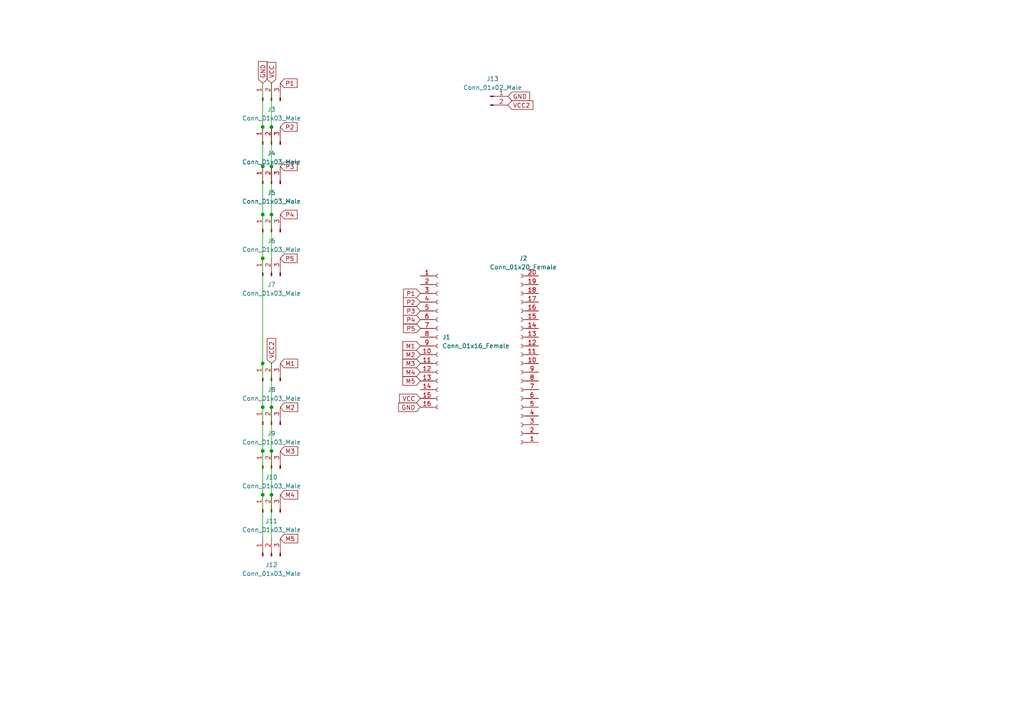
<source format=kicad_sch>
(kicad_sch (version 20211123) (generator eeschema)
  (paper "A4")
  (lib_symbols
    (symbol "Connector:Conn_01x02_Male" (pin_names (offset 1.016) hide)
      (property "Reference" "J" (at 0 2.54 0))
      (property "Value" "Conn_01x02_Male" (at 0 -5.08 0))
      (symbol "Conn_01x02_Male_1_1"
        (polyline (pts (xy 1.27 -2.54) (xy 0.8636 -2.54)) (stroke (width 0.1524)))
        (polyline (pts (xy 1.27 0) (xy 0.8636 0)) (stroke (width 0.1524)))
        (rectangle (start 0.8636 -2.413) (end 0 -2.667) (stroke (width 0.1524)) (fill (type outline)))
        (rectangle (start 0.8636 0.127) (end 0 -0.127) (stroke (width 0.1524)) (fill (type outline)))
        (pin passive line (at 5.08 0 180) (length 3.81) (name "Pin_1") (number "1"))
        (pin passive line (at 5.08 -2.54 180) (length 3.81) (name "Pin_2") (number "2"))
      )
    )
    (symbol "Connector:Conn_01x03_Male" (pin_names (offset 1.016) hide)
      (property "Reference" "J" (at 0 5.08 0))
      (property "Value" "Conn_01x03_Male" (at 0 -5.08 0))
      (symbol "Conn_01x03_Male_1_1"
        (polyline (pts (xy 1.27 -2.54) (xy 0.8636 -2.54)) (stroke (width 0.1524)))
        (polyline (pts (xy 1.27 0) (xy 0.8636 0)) (stroke (width 0.1524)))
        (polyline (pts (xy 1.27 2.54) (xy 0.8636 2.54)) (stroke (width 0.1524)))
        (rectangle (start 0.8636 -2.413) (end 0 -2.667) (stroke (width 0.1524)) (fill (type outline)))
        (rectangle (start 0.8636 0.127) (end 0 -0.127) (stroke (width 0.1524)) (fill (type outline)))
        (rectangle (start 0.8636 2.667) (end 0 2.413) (stroke (width 0.1524)) (fill (type outline)))
        (pin passive line (at 5.08 2.54 180) (length 3.81) (name "Pin_1") (number "1"))
        (pin passive line (at 5.08 0 180) (length 3.81) (name "Pin_2") (number "2"))
        (pin passive line (at 5.08 -2.54 180) (length 3.81) (name "Pin_3") (number "3"))
      )
    )
    (symbol "Connector:Conn_01x16_Female" (pin_names (offset 1.016) hide)
      (property "Reference" "J" (at 0 20.32 0))
      (property "Value" "Conn_01x16_Female" (at 0 -22.86 0))
      (symbol "Conn_01x16_Female_1_1"
        (arc (start 0 -19.812) (mid -0.508 -20.32) (end 0 -20.828) (stroke (width 0.1524)))
        (arc (start 0 -17.272) (mid -0.508 -17.78) (end 0 -18.288) (stroke (width 0.1524)))
        (arc (start 0 -14.732) (mid -0.508 -15.24) (end 0 -15.748) (stroke (width 0.1524)))
        (arc (start 0 -12.192) (mid -0.508 -12.7) (end 0 -13.208) (stroke (width 0.1524)))
        (arc (start 0 -9.652) (mid -0.508 -10.16) (end 0 -10.668) (stroke (width 0.1524)))
        (arc (start 0 -7.112) (mid -0.508 -7.62) (end 0 -8.128) (stroke (width 0.1524)))
        (arc (start 0 -4.572) (mid -0.508 -5.08) (end 0 -5.588) (stroke (width 0.1524)))
        (arc (start 0 -2.032) (mid -0.508 -2.54) (end 0 -3.048) (stroke (width 0.1524)))
        (polyline (pts (xy -1.27 -20.32) (xy -0.508 -20.32)) (stroke (width 0.1524)))
        (polyline (pts (xy -1.27 -17.78) (xy -0.508 -17.78)) (stroke (width 0.1524)))
        (polyline (pts (xy -1.27 -15.24) (xy -0.508 -15.24)) (stroke (width 0.1524)))
        (polyline (pts (xy -1.27 -12.7) (xy -0.508 -12.7)) (stroke (width 0.1524)))
        (polyline (pts (xy -1.27 -10.16) (xy -0.508 -10.16)) (stroke (width 0.1524)))
        (polyline (pts (xy -1.27 -7.62) (xy -0.508 -7.62)) (stroke (width 0.1524)))
        (polyline (pts (xy -1.27 -5.08) (xy -0.508 -5.08)) (stroke (width 0.1524)))
        (polyline (pts (xy -1.27 -2.54) (xy -0.508 -2.54)) (stroke (width 0.1524)))
        (polyline (pts (xy -1.27 0) (xy -0.508 0)) (stroke (width 0.1524)))
        (polyline (pts (xy -1.27 2.54) (xy -0.508 2.54)) (stroke (width 0.1524)))
        (polyline (pts (xy -1.27 5.08) (xy -0.508 5.08)) (stroke (width 0.1524)))
        (polyline (pts (xy -1.27 7.62) (xy -0.508 7.62)) (stroke (width 0.1524)))
        (polyline (pts (xy -1.27 10.16) (xy -0.508 10.16)) (stroke (width 0.1524)))
        (polyline (pts (xy -1.27 12.7) (xy -0.508 12.7)) (stroke (width 0.1524)))
        (polyline (pts (xy -1.27 15.24) (xy -0.508 15.24)) (stroke (width 0.1524)))
        (polyline (pts (xy -1.27 17.78) (xy -0.508 17.78)) (stroke (width 0.1524)))
        (arc (start 0 0.508) (mid -0.508 0) (end 0 -0.508) (stroke (width 0.1524)))
        (arc (start 0 3.048) (mid -0.508 2.54) (end 0 2.032) (stroke (width 0.1524)))
        (arc (start 0 5.588) (mid -0.508 5.08) (end 0 4.572) (stroke (width 0.1524)))
        (arc (start 0 8.128) (mid -0.508 7.62) (end 0 7.112) (stroke (width 0.1524)))
        (arc (start 0 10.668) (mid -0.508 10.16) (end 0 9.652) (stroke (width 0.1524)))
        (arc (start 0 13.208) (mid -0.508 12.7) (end 0 12.192) (stroke (width 0.1524)))
        (arc (start 0 15.748) (mid -0.508 15.24) (end 0 14.732) (stroke (width 0.1524)))
        (arc (start 0 18.288) (mid -0.508 17.78) (end 0 17.272) (stroke (width 0.1524)))
        (pin passive line (at -5.08 17.78 0) (length 3.81) (name "Pin_1") (number "1"))
        (pin passive line (at -5.08 -5.08 0) (length 3.81) (name "Pin_10") (number "10"))
        (pin passive line (at -5.08 -7.62 0) (length 3.81) (name "Pin_11") (number "11"))
        (pin passive line (at -5.08 -10.16 0) (length 3.81) (name "Pin_12") (number "12"))
        (pin passive line (at -5.08 -12.7 0) (length 3.81) (name "Pin_13") (number "13"))
        (pin passive line (at -5.08 -15.24 0) (length 3.81) (name "Pin_14") (number "14"))
        (pin passive line (at -5.08 -17.78 0) (length 3.81) (name "Pin_15") (number "15"))
        (pin passive line (at -5.08 -20.32 0) (length 3.81) (name "Pin_16") (number "16"))
        (pin passive line (at -5.08 15.24 0) (length 3.81) (name "Pin_2") (number "2"))
        (pin passive line (at -5.08 12.7 0) (length 3.81) (name "Pin_3") (number "3"))
        (pin passive line (at -5.08 10.16 0) (length 3.81) (name "Pin_4") (number "4"))
        (pin passive line (at -5.08 7.62 0) (length 3.81) (name "Pin_5") (number "5"))
        (pin passive line (at -5.08 5.08 0) (length 3.81) (name "Pin_6") (number "6"))
        (pin passive line (at -5.08 2.54 0) (length 3.81) (name "Pin_7") (number "7"))
        (pin passive line (at -5.08 0 0) (length 3.81) (name "Pin_8") (number "8"))
        (pin passive line (at -5.08 -2.54 0) (length 3.81) (name "Pin_9") (number "9"))
      )
    )
    (symbol "Connector:Conn_01x20_Female" (pin_names (offset 1.016) hide)
      (property "Reference" "J" (at 0 25.4 0))
      (property "Value" "Conn_01x20_Female" (at 0 -27.94 0))
      (symbol "Conn_01x20_Female_1_1"
        (arc (start 0 -24.892) (mid -0.508 -25.4) (end 0 -25.908) (stroke (width 0.1524)))
        (arc (start 0 -22.352) (mid -0.508 -22.86) (end 0 -23.368) (stroke (width 0.1524)))
        (arc (start 0 -19.812) (mid -0.508 -20.32) (end 0 -20.828) (stroke (width 0.1524)))
        (arc (start 0 -17.272) (mid -0.508 -17.78) (end 0 -18.288) (stroke (width 0.1524)))
        (arc (start 0 -14.732) (mid -0.508 -15.24) (end 0 -15.748) (stroke (width 0.1524)))
        (arc (start 0 -12.192) (mid -0.508 -12.7) (end 0 -13.208) (stroke (width 0.1524)))
        (arc (start 0 -9.652) (mid -0.508 -10.16) (end 0 -10.668) (stroke (width 0.1524)))
        (arc (start 0 -7.112) (mid -0.508 -7.62) (end 0 -8.128) (stroke (width 0.1524)))
        (arc (start 0 -4.572) (mid -0.508 -5.08) (end 0 -5.588) (stroke (width 0.1524)))
        (arc (start 0 -2.032) (mid -0.508 -2.54) (end 0 -3.048) (stroke (width 0.1524)))
        (polyline (pts (xy -1.27 -25.4) (xy -0.508 -25.4)) (stroke (width 0.1524)))
        (polyline (pts (xy -1.27 -22.86) (xy -0.508 -22.86)) (stroke (width 0.1524)))
        (polyline (pts (xy -1.27 -20.32) (xy -0.508 -20.32)) (stroke (width 0.1524)))
        (polyline (pts (xy -1.27 -17.78) (xy -0.508 -17.78)) (stroke (width 0.1524)))
        (polyline (pts (xy -1.27 -15.24) (xy -0.508 -15.24)) (stroke (width 0.1524)))
        (polyline (pts (xy -1.27 -12.7) (xy -0.508 -12.7)) (stroke (width 0.1524)))
        (polyline (pts (xy -1.27 -10.16) (xy -0.508 -10.16)) (stroke (width 0.1524)))
        (polyline (pts (xy -1.27 -7.62) (xy -0.508 -7.62)) (stroke (width 0.1524)))
        (polyline (pts (xy -1.27 -5.08) (xy -0.508 -5.08)) (stroke (width 0.1524)))
        (polyline (pts (xy -1.27 -2.54) (xy -0.508 -2.54)) (stroke (width 0.1524)))
        (polyline (pts (xy -1.27 0) (xy -0.508 0)) (stroke (width 0.1524)))
        (polyline (pts (xy -1.27 2.54) (xy -0.508 2.54)) (stroke (width 0.1524)))
        (polyline (pts (xy -1.27 5.08) (xy -0.508 5.08)) (stroke (width 0.1524)))
        (polyline (pts (xy -1.27 7.62) (xy -0.508 7.62)) (stroke (width 0.1524)))
        (polyline (pts (xy -1.27 10.16) (xy -0.508 10.16)) (stroke (width 0.1524)))
        (polyline (pts (xy -1.27 12.7) (xy -0.508 12.7)) (stroke (width 0.1524)))
        (polyline (pts (xy -1.27 15.24) (xy -0.508 15.24)) (stroke (width 0.1524)))
        (polyline (pts (xy -1.27 17.78) (xy -0.508 17.78)) (stroke (width 0.1524)))
        (polyline (pts (xy -1.27 20.32) (xy -0.508 20.32)) (stroke (width 0.1524)))
        (polyline (pts (xy -1.27 22.86) (xy -0.508 22.86)) (stroke (width 0.1524)))
        (arc (start 0 0.508) (mid -0.508 0) (end 0 -0.508) (stroke (width 0.1524)))
        (arc (start 0 3.048) (mid -0.508 2.54) (end 0 2.032) (stroke (width 0.1524)))
        (arc (start 0 5.588) (mid -0.508 5.08) (end 0 4.572) (stroke (width 0.1524)))
        (arc (start 0 8.128) (mid -0.508 7.62) (end 0 7.112) (stroke (width 0.1524)))
        (arc (start 0 10.668) (mid -0.508 10.16) (end 0 9.652) (stroke (width 0.1524)))
        (arc (start 0 13.208) (mid -0.508 12.7) (end 0 12.192) (stroke (width 0.1524)))
        (arc (start 0 15.748) (mid -0.508 15.24) (end 0 14.732) (stroke (width 0.1524)))
        (arc (start 0 18.288) (mid -0.508 17.78) (end 0 17.272) (stroke (width 0.1524)))
        (arc (start 0 20.828) (mid -0.508 20.32) (end 0 19.812) (stroke (width 0.1524)))
        (arc (start 0 23.368) (mid -0.508 22.86) (end 0 22.352) (stroke (width 0.1524)))
        (pin passive line (at -5.08 22.86 0) (length 3.81) (name "Pin_1") (number "1"))
        (pin passive line (at -5.08 0 0) (length 3.81) (name "Pin_10") (number "10"))
        (pin passive line (at -5.08 -2.54 0) (length 3.81) (name "Pin_11") (number "11"))
        (pin passive line (at -5.08 -5.08 0) (length 3.81) (name "Pin_12") (number "12"))
        (pin passive line (at -5.08 -7.62 0) (length 3.81) (name "Pin_13") (number "13"))
        (pin passive line (at -5.08 -10.16 0) (length 3.81) (name "Pin_14") (number "14"))
        (pin passive line (at -5.08 -12.7 0) (length 3.81) (name "Pin_15") (number "15"))
        (pin passive line (at -5.08 -15.24 0) (length 3.81) (name "Pin_16") (number "16"))
        (pin passive line (at -5.08 -17.78 0) (length 3.81) (name "Pin_17") (number "17"))
        (pin passive line (at -5.08 -20.32 0) (length 3.81) (name "Pin_18") (number "18"))
        (pin passive line (at -5.08 -22.86 0) (length 3.81) (name "Pin_19") (number "19"))
        (pin passive line (at -5.08 20.32 0) (length 3.81) (name "Pin_2") (number "2"))
        (pin passive line (at -5.08 -25.4 0) (length 3.81) (name "Pin_20") (number "20"))
        (pin passive line (at -5.08 17.78 0) (length 3.81) (name "Pin_3") (number "3"))
        (pin passive line (at -5.08 15.24 0) (length 3.81) (name "Pin_4") (number "4"))
        (pin passive line (at -5.08 12.7 0) (length 3.81) (name "Pin_5") (number "5"))
        (pin passive line (at -5.08 10.16 0) (length 3.81) (name "Pin_6") (number "6"))
        (pin passive line (at -5.08 7.62 0) (length 3.81) (name "Pin_7") (number "7"))
        (pin passive line (at -5.08 5.08 0) (length 3.81) (name "Pin_8") (number "8"))
        (pin passive line (at -5.08 2.54 0) (length 3.81) (name "Pin_9") (number "9"))
      )
    )
  )
  (junction (at 76.2 62.23))
  (junction (at 78.74 48.26))
  (junction (at 76.2 143.51))
  (junction (at 76.2 48.26))
  (junction (at 78.74 130.81))
  (junction (at 78.74 36.83))
  (junction (at 76.2 130.81))
  (junction (at 76.2 105.41))
  (junction (at 78.74 62.23))
  (junction (at 76.2 36.83))
  (junction (at 76.2 74.93))
  (junction (at 78.74 118.11))
  (junction (at 78.74 143.51))
  (junction (at 76.2 118.11))
  (wire (pts (xy 76.2 74.93) (xy 76.2 105.41)))
  (wire (pts (xy 78.74 36.83) (xy 78.74 48.26)))
  (wire (pts (xy 78.74 48.26) (xy 78.74 62.23)))
  (wire (pts (xy 76.2 36.83) (xy 76.2 48.26)))
  (wire (pts (xy 76.2 48.26) (xy 76.2 62.23)))
  (wire (pts (xy 78.74 24.13) (xy 78.74 36.83)))
  (wire (pts (xy 76.2 118.11) (xy 76.2 130.81)))
  (wire (pts (xy 76.2 143.51) (xy 76.2 156.21)))
  (wire (pts (xy 78.74 118.11) (xy 78.74 130.81)))
  (wire (pts (xy 76.2 130.81) (xy 76.2 143.51)))
  (wire (pts (xy 78.74 62.23) (xy 78.74 74.93)))
  (wire (pts (xy 78.74 143.51) (xy 78.74 156.21)))
  (wire (pts (xy 78.74 105.41) (xy 78.74 118.11)))
  (wire (pts (xy 76.2 24.13) (xy 76.2 36.83)))
  (wire (pts (xy 76.2 105.41) (xy 76.2 118.11)))
  (wire (pts (xy 76.2 62.23) (xy 76.2 74.93)))
  (wire (pts (xy 78.74 130.81) (xy 78.74 143.51)))
  (global_label "VCC2" (shape input) (at 147.32 30.48 0) (property "Intersheet References" "${INTERSHEET_REFS}" (effects hide)))
  (global_label "P2" (shape input) (at 81.28 36.83 0) (property "Intersheet References" "${INTERSHEET_REFS}" (effects hide)))
  (global_label "M3" (shape input) (at 121.92 105.41 180) (property "Intersheet References" "${INTERSHEET_REFS}" (effects hide)))
  (global_label "M4" (shape input) (at 81.28 143.51 0) (property "Intersheet References" "${INTERSHEET_REFS}" (effects hide)))
  (global_label "P5" (shape input) (at 121.92 95.25 180) (property "Intersheet References" "${INTERSHEET_REFS}" (effects hide)))
  (global_label "GND" (shape input) (at 76.2 24.13 90) (property "Intersheet References" "${INTERSHEET_REFS}" (effects hide)))
  (global_label "P5" (shape input) (at 81.28 74.93 0) (property "Intersheet References" "${INTERSHEET_REFS}" (effects hide)))
  (global_label "P4" (shape input) (at 81.28 62.23 0) (property "Intersheet References" "${INTERSHEET_REFS}" (effects hide)))
  (global_label "VCC" (shape input) (at 121.92 115.57 180) (property "Intersheet References" "${INTERSHEET_REFS}" (effects hide)))
  (global_label "P2" (shape input) (at 121.92 87.63 180) (property "Intersheet References" "${INTERSHEET_REFS}" (effects hide)))
  (global_label "P4" (shape input) (at 121.92 92.71 180) (property "Intersheet References" "${INTERSHEET_REFS}" (effects hide)))
  (global_label "VCC2" (shape input) (at 78.74 105.41 90) (property "Intersheet References" "${INTERSHEET_REFS}" (effects hide)))
  (global_label "P1" (shape input) (at 121.92 85.09 180) (property "Intersheet References" "${INTERSHEET_REFS}" (effects hide)))
  (global_label "P1" (shape input) (at 81.28 24.13 0) (property "Intersheet References" "${INTERSHEET_REFS}" (effects hide)))
  (global_label "VCC" (shape input) (at 78.74 24.13 90) (property "Intersheet References" "${INTERSHEET_REFS}" (effects hide)))
  (global_label "GND" (shape input) (at 121.92 118.11 180) (property "Intersheet References" "${INTERSHEET_REFS}" (effects hide)))
  (global_label "M5" (shape input) (at 81.28 156.21 0) (property "Intersheet References" "${INTERSHEET_REFS}" (effects hide)))
  (global_label "M1" (shape input) (at 121.92 100.33 180) (property "Intersheet References" "${INTERSHEET_REFS}" (effects hide)))
  (global_label "M2" (shape input) (at 121.92 102.87 180) (property "Intersheet References" "${INTERSHEET_REFS}" (effects hide)))
  (global_label "P3" (shape input) (at 81.28 48.26 0) (property "Intersheet References" "${INTERSHEET_REFS}" (effects hide)))
  (global_label "M1" (shape input) (at 81.28 105.41 0) (property "Intersheet References" "${INTERSHEET_REFS}" (effects hide)))
  (global_label "M2" (shape input) (at 81.28 118.11 0) (property "Intersheet References" "${INTERSHEET_REFS}" (effects hide)))
  (global_label "M3" (shape input) (at 81.28 130.81 0) (property "Intersheet References" "${INTERSHEET_REFS}" (effects hide)))
  (global_label "M4" (shape input) (at 121.92 107.95 180) (property "Intersheet References" "${INTERSHEET_REFS}" (effects hide)))
  (global_label "P3" (shape input) (at 121.92 90.17 180) (property "Intersheet References" "${INTERSHEET_REFS}" (effects hide)))
  (global_label "M5" (shape input) (at 121.92 110.49 180) (property "Intersheet References" "${INTERSHEET_REFS}" (effects hide)))
  (global_label "GND" (shape input) (at 147.32 27.94 0) (property "Intersheet References" "${INTERSHEET_REFS}" (effects hide)))
  (symbol (lib_id "Connector:Conn_01x03_Male") (at 78.74 41.91 90) (unit 1)
    (property "Reference" "J4" (at 78.74 44.45 90))
    (property "Value" "Conn_01x03_Male" (at 78.74 46.99 90))
    (property "Footprint" "Connector_PinHeader_2.54mm:PinHeader_1x03_P2.54mm_Vertical" (effects hide))
  )
  (symbol (lib_id "Connector:Conn_01x03_Male") (at 78.74 67.31 90) (unit 1)
    (property "Reference" "J6" (at 78.74 69.85 90))
    (property "Value" "Conn_01x03_Male" (at 78.74 72.39 90))
    (property "Footprint" "Connector_PinHeader_2.54mm:PinHeader_1x03_P2.54mm_Vertical" (effects hide))
  )
  (symbol (lib_id "Connector:Conn_01x20_Female") (at 151.13 105.41 180) (unit 1)
    (property "Reference" "J2" (at 151.765 74.93 0))
    (property "Value" "Conn_01x20_Female" (at 151.765 77.47 0))
    (property "Footprint" "Connector_PinHeader_2.54mm:PinHeader_1x20_P2.54mm_Vertical" (effects hide))
  )
  (symbol (lib_id "Connector:Conn_01x03_Male") (at 78.74 161.29 90) (unit 1)
    (property "Reference" "J12" (at 78.74 163.83 90))
    (property "Value" "Conn_01x03_Male" (at 78.74 166.37 90))
    (property "Footprint" "Connector_PinHeader_2.54mm:PinHeader_1x03_P2.54mm_Vertical" (effects hide))
  )
  (symbol (lib_id "Connector:Conn_01x03_Male") (at 78.74 53.34 90) (unit 1)
    (property "Reference" "J5" (at 78.74 55.88 90))
    (property "Value" "Conn_01x03_Male" (at 78.74 58.42 90))
    (property "Footprint" "Connector_PinHeader_2.54mm:PinHeader_1x03_P2.54mm_Vertical" (effects hide))
  )
  (symbol (lib_id "Connector:Conn_01x03_Male") (at 78.74 135.89 90) (unit 1)
    (property "Reference" "J10" (at 78.74 138.43 90))
    (property "Value" "Conn_01x03_Male" (at 78.74 140.97 90))
    (property "Footprint" "Connector_PinHeader_2.54mm:PinHeader_1x03_P2.54mm_Vertical" (effects hide))
  )
  (symbol (lib_id "Connector:Conn_01x03_Male") (at 78.74 80.01 90) (unit 1)
    (property "Reference" "J7" (at 78.74 82.55 90))
    (property "Value" "Conn_01x03_Male" (at 78.74 85.09 90))
    (property "Footprint" "Connector_PinHeader_2.54mm:PinHeader_1x03_P2.54mm_Vertical" (effects hide))
  )
  (symbol (lib_id "Connector:Conn_01x03_Male") (at 78.74 123.19 90) (unit 1)
    (property "Reference" "J9" (at 78.74 125.73 90))
    (property "Value" "Conn_01x03_Male" (at 78.74 128.27 90))
    (property "Footprint" "Connector_PinHeader_2.54mm:PinHeader_1x03_P2.54mm_Vertical" (effects hide))
  )
  (symbol (lib_id "Connector:Conn_01x03_Male") (at 78.74 148.59 90) (unit 1)
    (property "Reference" "J11" (at 78.74 151.13 90))
    (property "Value" "Conn_01x03_Male" (at 78.74 153.67 90))
    (property "Footprint" "Connector_PinHeader_2.54mm:PinHeader_1x03_P2.54mm_Vertical" (effects hide))
  )
  (symbol (lib_id "Connector:Conn_01x16_Female") (at 127 97.79 0) (unit 1)
    (property "Reference" "J1" (at 128.27 97.7899 0) (effects (justify left)))
    (property "Value" "Conn_01x16_Female" (at 128.27 100.3299 0) (effects (justify left)))
    (property "Footprint" "Connector_PinHeader_2.54mm:PinHeader_1x16_P2.54mm_Vertical" (effects hide))
  )
  (symbol (lib_id "Connector:Conn_01x02_Male") (at 142.24 27.94 0) (unit 1)
    (property "Reference" "J13" (at 142.875 22.86 0))
    (property "Value" "Conn_01x02_Male" (at 142.875 25.4 0))
    (property "Footprint" "Connector_PinHeader_2.54mm:PinHeader_1x02_P2.54mm_Vertical" (effects hide))
  )
  (symbol (lib_id "Connector:Conn_01x03_Male") (at 78.74 110.49 90) (unit 1)
    (property "Reference" "J8" (at 78.74 113.03 90))
    (property "Value" "Conn_01x03_Male" (at 78.74 115.57 90))
    (property "Footprint" "Connector_PinHeader_2.54mm:PinHeader_1x03_P2.54mm_Vertical" (effects hide))
  )
  (symbol (lib_id "Connector:Conn_01x03_Male") (at 78.74 29.21 90) (unit 1)
    (property "Reference" "J3" (at 78.74 31.75 90))
    (property "Value" "Conn_01x03_Male" (at 78.74 34.29 90))
    (property "Footprint" "Connector_PinHeader_2.54mm:PinHeader_1x03_P2.54mm_Vertical" (effects hide))
  )
)
</source>
